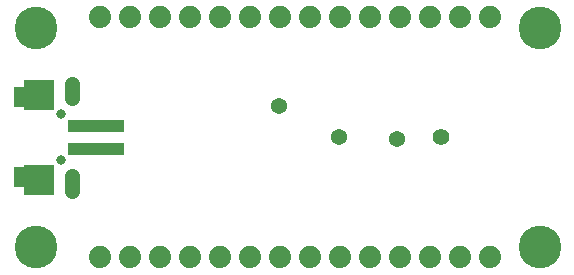
<source format=gbr>
G04 EAGLE Gerber RS-274X export*
G75*
%MOMM*%
%FSLAX34Y34*%
%LPD*%
%INSoldermask Bottom*%
%IPPOS*%
%AMOC8*
5,1,8,0,0,1.08239X$1,22.5*%
G01*
%ADD10C,0.801600*%
%ADD11R,2.601600X2.601600*%
%ADD12C,1.309600*%
%ADD13C,1.401600*%
%ADD14C,3.617600*%
%ADD15C,1.879600*%
%ADD16R,4.701600X1.101600*%
%ADD17R,3.501600X1.701600*%
%ADD18C,1.371600*%


D10*
X43180Y133800D03*
X43180Y94800D03*
D11*
X24180Y78300D03*
X24180Y150300D03*
D12*
X52180Y147300D02*
X52180Y159380D01*
X52180Y81300D02*
X52180Y69220D01*
D13*
X364900Y114300D03*
D14*
X21590Y207010D03*
X21590Y21590D03*
X448310Y207010D03*
X448310Y21590D03*
D15*
X76200Y215900D03*
X101600Y215900D03*
X127000Y215900D03*
X152400Y215900D03*
X177800Y215900D03*
X203200Y215900D03*
X228600Y215900D03*
X254000Y215900D03*
X279400Y215900D03*
X304800Y215900D03*
X330200Y215900D03*
X355600Y215900D03*
X381000Y215900D03*
X406400Y215900D03*
X406400Y12700D03*
X381000Y12700D03*
X355600Y12700D03*
X330200Y12700D03*
X304800Y12700D03*
X279400Y12700D03*
X254000Y12700D03*
X228600Y12700D03*
X203200Y12700D03*
X177800Y12700D03*
X152400Y12700D03*
X127000Y12700D03*
X101600Y12700D03*
X76200Y12700D03*
D16*
X72560Y124300D03*
X72560Y104300D03*
D17*
X20560Y148300D03*
X20560Y80300D03*
D18*
X278130Y114300D03*
X227330Y140970D03*
X327660Y113030D03*
M02*

</source>
